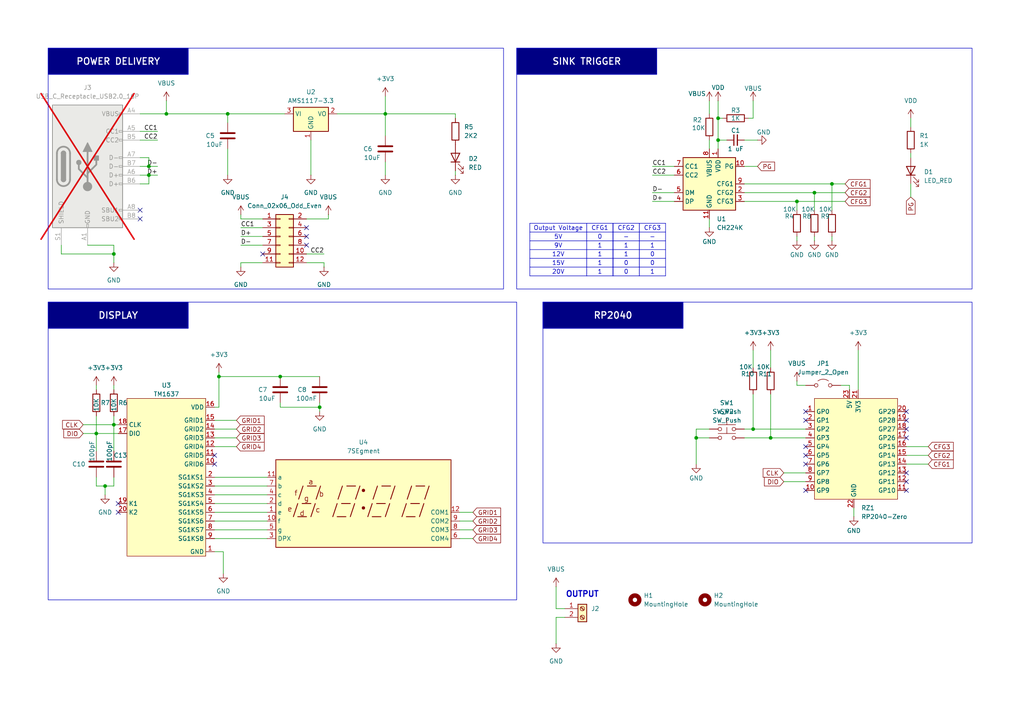
<source format=kicad_sch>
(kicad_sch (version 20250114) (generator "eeschema") (generator_version "9.0")
  (paper "A4")
  (lib_symbols
    (symbol "Connector:Screw_Terminal_01x02" (pin_names (offset 1.016) (hide yes))
      (property "Reference" "J" (at 0 2.54 0))
      (property "Value" "Screw_Terminal_01x02" (at 0 -5.08 0))
      (symbol "Screw_Terminal_01x02_1_1"
        (pin passive line (at -5.08 0 0) (length 3.81) (name "Pin_1") (number "1"))
        (pin passive line (at -5.08 -2.54 0) (length 3.81) (name "Pin_2") (number "2"))
      )
    )
    (symbol "Connector:USB_C_Receptacle_USB2.0_16P" (pin_names (offset 1.016))
      (property "Reference" "J" (at 0 22.225 0))
      (property "Value" "USB_C_Receptacle_USB2.0_16P" (at 0 19.685 0))
      (symbol "USB_C_Receptacle_USB2.0_16P_1_1"
        (pin passive line (at -7.62 -22.86 90) (length 5.08) (name "SHIELD") (number "S1"))
        (pin passive line (at 0 -22.86 90) (length 5.08) (name "GND") (number "A1"))
        (pin passive line (at 0 -22.86 90) (length 5.08) (hide yes) (name "GND") (number "A12"))
        (pin passive line (at 0 -22.86 90) (length 5.08) (hide yes) (name "GND") (number "B1"))
        (pin passive line (at 0 -22.86 90) (length 5.08) (hide yes) (name "GND") (number "B12"))
        (pin passive line (at 15.24 15.24 180) (length 5.08) (name "VBUS") (number "A4"))
        (pin passive line (at 15.24 15.24 180) (length 5.08) (hide yes) (name "VBUS") (number "A9"))
        (pin passive line (at 15.24 15.24 180) (length 5.08) (hide yes) (name "VBUS") (number "B4"))
        (pin passive line (at 15.24 15.24 180) (length 5.08) (hide yes) (name "VBUS") (number "B9"))
        (pin bidirectional line (at 15.24 10.16 180) (length 5.08) (name "CC1") (number "A5"))
        (pin bidirectional line (at 15.24 7.62 180) (length 5.08) (name "CC2") (number "B5"))
        (pin bidirectional line (at 15.24 2.54 180) (length 5.08) (name "D-") (number "A7"))
        (pin bidirectional line (at 15.24 0 180) (length 5.08) (name "D-") (number "B7"))
        (pin bidirectional line (at 15.24 -2.54 180) (length 5.08) (name "D+") (number "A6"))
        (pin bidirectional line (at 15.24 -5.08 180) (length 5.08) (name "D+") (number "B6"))
        (pin bidirectional line (at 15.24 -12.7 180) (length 5.08) (name "SBU1") (number "A8"))
        (pin bidirectional line (at 15.24 -15.24 180) (length 5.08) (name "SBU2") (number "B8"))
      )
    )
    (symbol "Connector_Generic:Conn_02x06_Odd_Even" (pin_names (offset 1.016) (hide yes))
      (property "Reference" "J" (at 1.27 7.62 0))
      (property "Value" "Conn_02x06_Odd_Even" (at 1.27 -10.16 0))
      (symbol "Conn_02x06_Odd_Even_1_1"
        (pin passive line (at -5.08 5.08 0) (length 3.81) (name "Pin_1") (number "1"))
        (pin passive line (at -5.08 2.54 0) (length 3.81) (name "Pin_3") (number "3"))
        (pin passive line (at -5.08 0 0) (length 3.81) (name "Pin_5") (number "5"))
        (pin passive line (at -5.08 -2.54 0) (length 3.81) (name "Pin_7") (number "7"))
        (pin passive line (at -5.08 -5.08 0) (length 3.81) (name "Pin_9") (number "9"))
        (pin passive line (at -5.08 -7.62 0) (length 3.81) (name "Pin_11") (number "11"))
        (pin passive line (at 7.62 5.08 180) (length 3.81) (name "Pin_2") (number "2"))
        (pin passive line (at 7.62 2.54 180) (length 3.81) (name "Pin_4") (number "4"))
        (pin passive line (at 7.62 0 180) (length 3.81) (name "Pin_6") (number "6"))
        (pin passive line (at 7.62 -2.54 180) (length 3.81) (name "Pin_8") (number "8"))
        (pin passive line (at 7.62 -5.08 180) (length 3.81) (name "Pin_10") (number "10"))
        (pin passive line (at 7.62 -7.62 180) (length 3.81) (name "Pin_12") (number "12"))
      )
    )
    (symbol "Device:C" (pin_numbers (hide yes)) (pin_names (offset 0.254))
      (property "Reference" "C" (at 0.635 2.54 0))
      (property "Value" "C" (at 0.635 -2.54 0))
      (symbol "C_1_1"
        (pin passive line (at 0 3.81 270) (length 2.794) (name "~") (number "1"))
        (pin passive line (at 0 -3.81 90) (length 2.794) (name "~") (number "2"))
      )
    )
    (symbol "Device:C_Small" (pin_numbers (hide yes)) (pin_names (offset 0.254) (hide yes))
      (property "Reference" "C" (at 0.254 1.778 0))
      (property "Value" "C_Small" (at 0.254 -2.032 0))
      (symbol "C_Small_1_1"
        (pin passive line (at 0 2.54 270) (length 2.032) (name "~") (number "1"))
        (pin passive line (at 0 -2.54 90) (length 2.032) (name "~") (number "2"))
      )
    )
    (symbol "Device:LED" (pin_numbers (hide yes)) (pin_names (offset 1.016) (hide yes))
      (property "Reference" "D" (at 0 2.54 0))
      (property "Value" "LED" (at 0 -2.54 0))
      (symbol "LED_1_1"
        (pin passive line (at -3.81 0 0) (length 2.54) (name "K") (number "1"))
        (pin passive line (at 3.81 0 180) (length 2.54) (name "A") (number "2"))
      )
    )
    (symbol "Device:R" (pin_numbers (hide yes)) (pin_names (offset 0))
      (property "Reference" "R" (at 2.032 0 90))
      (property "Value" "R" (at 0 0 90))
      (symbol "R_1_1"
        (pin passive line (at 0 3.81 270) (length 1.27) (name "~") (number "1"))
        (pin passive line (at 0 -3.81 90) (length 1.27) (name "~") (number "2"))
      )
    )
    (symbol "GND_1" (power) (pin_numbers (hide yes)) (pin_names (offset 0) (hide yes))
      (property "Value" "GND" (at 0 -3.81 0))
      (symbol "GND_1_1_1"
        (pin power_in line (at 0 0 270) (length 0) (name "~") (number "1"))
      )
    )
    (symbol "GND_2" (power) (pin_numbers (hide yes)) (pin_names (offset 0) (hide yes))
      (property "Value" "GND" (at 0 -3.81 0))
      (symbol "GND_2_1_1"
        (pin power_in line (at 0 0 270) (length 0) (name "~") (number "1"))
      )
    )
    (symbol "Interface_USB:CH224K"
      (property "Reference" "U" (at -7.874 -8.89 0))
      (property "Value" "CH224K" (at 3.048 -8.89 0))
      (symbol "CH224K_1_1"
        (pin bidirectional line (at -10.16 5.08 0) (length 2.54) (name "CC1") (number "7"))
        (pin bidirectional line (at -10.16 2.54 0) (length 2.54) (name "CC2") (number "6"))
        (pin bidirectional line (at -10.16 -2.54 0) (length 2.54) (name "DM") (number "5"))
        (pin bidirectional line (at -10.16 -5.08 0) (length 2.54) (name "DP") (number "4"))
        (pin passive line (at 0 10.16 270) (length 2.54) (name "VBUS") (number "8"))
        (pin power_in line (at 0 -10.16 90) (length 2.54) (name "GND") (number "11"))
        (pin power_in line (at 2.54 10.16 270) (length 2.54) (name "VDD") (number "1"))
        (pin open_collector line (at 10.16 5.08 180) (length 2.54) (name "PG") (number "10"))
        (pin passive line (at 10.16 0 180) (length 2.54) (name "CFG1") (number "9"))
        (pin passive line (at 10.16 -2.54 180) (length 2.54) (name "CFG2") (number "2"))
        (pin passive line (at 10.16 -5.08 180) (length 2.54) (name "CFG3") (number "3"))
      )
    )
    (symbol "Jumper:Jumper_2_Open" (pin_numbers (hide yes)) (pin_names (offset 0) (hide yes))
      (property "Reference" "JP" (at 0 2.794 0))
      (property "Value" "Jumper_2_Open" (at 0 -2.286 0))
      (symbol "Jumper_2_Open_1_1"
        (pin passive line (at -5.08 0 0) (length 2.54) (name "A") (number "1"))
        (pin passive line (at 5.08 0 180) (length 2.54) (name "B") (number "2"))
      )
    )
    (symbol "LED_1" (pin_numbers (hide yes)) (pin_names (offset 1.016) (hide yes))
      (property "Reference" "D" (at 0 2.54 0))
      (property "Value" "LED" (at 0 -2.54 0))
      (symbol "LED_1_1_1"
        (pin passive line (at -3.81 0 0) (length 2.54) (name "K") (number "1"))
        (pin passive line (at 3.81 0 180) (length 2.54) (name "A") (number "2"))
      )
    )
    (symbol "Lokal:7Segment(3642BS)"
      (property "Reference" "U" (at 0 0 0))
      (symbol "7Segment(3642BS)_0_0"
        (text "e" (at 4.064 -14.224 0) (effects (font (size 1.524 1.524))))
        (text "f" (at 5.842 -9.652 0) (effects (font (size 1.524 1.524))))
        (text "d" (at 7.62 -15.494 0) (effects (font (size 1.524 1.524))))
        (text "g" (at 8.89 -11.176 0) (effects (font (size 1.524 1.524))))
        (text "a" (at 10.16 -6.35 0) (effects (font (size 1.524 1.524))))
        (text "c" (at 12.192 -14.478 0) (effects (font (size 1.524 1.524))))
        (text "b" (at 13.208 -9.906 0) (effects (font (size 1.524 1.524))))
      )
      (symbol "7Segment(3642BS)_1_1"
        (pin input line (at -2.54 -5.08 0) (length 2.54) (name "a") (number "11"))
        (pin input line (at -2.54 -7.62 0) (length 2.54) (name "b") (number "7"))
        (pin input line (at -2.54 -10.16 0) (length 2.54) (name "c") (number "4"))
        (pin input line (at -2.54 -12.7 0) (length 2.54) (name "d") (number "2"))
        (pin input line (at -2.54 -15.24 0) (length 2.54) (name "e") (number "1"))
        (pin input line (at -2.54 -17.78 0) (length 2.54) (name "f") (number "10"))
        (pin input line (at -2.54 -20.32 0) (length 2.54) (name "g") (number "5"))
        (pin input line (at -2.54 -22.86 0) (length 2.54) (name "DPX") (number "3"))
        (pin input line (at 53.34 -15.24 180) (length 2.54) (name "COM1") (number "12"))
        (pin input line (at 53.34 -17.78 180) (length 2.54) (name "COM2") (number "9"))
        (pin input line (at 53.34 -20.32 180) (length 2.54) (name "COM3") (number "8"))
        (pin input line (at 53.34 -22.86 180) (length 2.54) (name "COM4") (number "6"))
      )
    )
    (symbol "Mechanical:MountingHole" (pin_names (offset 1.016))
      (property "Reference" "H" (at 0 5.08 0))
      (property "Value" "MountingHole" (at 0 3.175 0))
    )
    (symbol "Regulator_Linear:AMS1117-3.3"
      (property "Reference" "U" (at -3.81 3.175 0))
      (property "Value" "AMS1117-3.3" (at 0 3.175 0))
      (symbol "AMS1117-3.3_1_1"
        (pin power_in line (at -7.62 0 0) (length 2.54) (name "VI") (number "3"))
        (pin power_in line (at 0 -7.62 90) (length 2.54) (name "GND") (number "1"))
        (pin power_out line (at 7.62 0 180) (length 2.54) (name "VO") (number "2"))
      )
    )
    (symbol "Switch:SW_Push" (pin_numbers (hide yes)) (pin_names (offset 1.016) (hide yes))
      (property "Reference" "SW" (at 1.27 2.54 0))
      (property "Value" "SW_Push" (at 0 -1.524 0))
      (symbol "SW_Push_0_1"
        (pin passive line (at -5.08 0 0) (length 2.54) (name "1") (number "1"))
        (pin passive line (at 5.08 0 180) (length 2.54) (name "2") (number "2"))
      )
    )
    (symbol "TM1637:TM1637(TA2007)"
      (property "Reference" "U3" (at 0 26.67 0))
      (property "Value" "TM1637" (at 0 24.13 0))
      (symbol "TM1637(TA2007)_0_1"
        (pin unspecified line (at -13.97 15.24 0) (length 2.54) (name "CLK") (number "18"))
        (pin unspecified line (at -13.97 12.7 0) (length 2.54) (name "DIO") (number "17"))
        (pin unspecified line (at -13.97 -7.62 0) (length 2.54) (name "K1") (number "19"))
        (pin unspecified line (at -13.97 -10.16 0) (length 2.54) (name "K2") (number "20"))
        (pin unspecified line (at 13.97 20.32 180) (length 2.54) (name "VDD") (number "16"))
        (pin unspecified line (at 13.97 16.51 180) (length 2.54) (name "GRID1") (number "15"))
        (pin unspecified line (at 13.97 13.97 180) (length 2.54) (name "GRID2") (number "14"))
        (pin unspecified line (at 13.97 11.43 180) (length 2.54) (name "GRID3") (number "13"))
        (pin unspecified line (at 13.97 8.89 180) (length 2.54) (name "GRID4") (number "12"))
        (pin unspecified line (at 13.97 6.35 180) (length 2.54) (name "GRID5") (number "11"))
        (pin unspecified line (at 13.97 3.81 180) (length 2.54) (name "GRID6") (number "10"))
        (pin unspecified line (at 13.97 0 180) (length 2.54) (name "SG1KS1") (number "2"))
        (pin unspecified line (at 13.97 -2.54 180) (length 2.54) (name "SG1KS2") (number "3"))
        (pin unspecified line (at 13.97 -5.08 180) (length 2.54) (name "SG1KS3") (number "4"))
        (pin unspecified line (at 13.97 -7.62 180) (length 2.54) (name "SG1KS4") (number "5"))
        (pin unspecified line (at 13.97 -10.16 180) (length 2.54) (name "SG1KS5") (number "6"))
        (pin unspecified line (at 13.97 -12.7 180) (length 2.54) (name "SG1KS6") (number "7"))
        (pin unspecified line (at 13.97 -15.24 180) (length 2.54) (name "SG1KS7") (number "8"))
        (pin unspecified line (at 13.97 -17.78 180) (length 2.54) (name "SG1KS8") (number "9"))
        (pin unspecified line (at 13.97 -21.59 180) (length 2.54) (name "GND") (number "1"))
      )
    )
    (symbol "power:+3V3" (power) (pin_names (offset 0))
      (property "Value" "+3V3" (at 0 3.556 0))
      (symbol "+3V3_1_1"
        (pin power_in line (at 0 0 90) (length 0) (hide yes) (name "+3V3") (number "1"))
      )
    )
    (symbol "power:GND" (power) (pin_names (offset 0))
      (property "Value" "GND" (at 0 -3.81 0))
      (symbol "GND_1_1"
        (pin power_in line (at 0 0 270) (length 0) (hide yes) (name "GND") (number "1"))
      )
    )
    (symbol "power:VBUS" (power) (pin_numbers (hide yes)) (pin_names (offset 0) (hide yes))
      (property "Value" "VBUS" (at 0 3.556 0))
      (symbol "VBUS_1_1"
        (pin power_in line (at 0 0 90) (length 0) (name "~") (number "1"))
      )
    )
    (symbol "power:VDD" (power) (pin_numbers (hide yes)) (pin_names (offset 0) (hide yes))
      (property "Value" "VDD" (at 0 3.556 0))
      (symbol "VDD_1_1"
        (pin power_in line (at 0 0 90) (length 0) (name "~") (number "1"))
      )
    )
    (symbol "rp2040-zero:RP2040-Zero"
      (property "Reference" "RZ" (at 0 0 0))
      (property "Value" "RP2040-Zero" (at 0 -2.54 0))
      (property "Footprint" "MacroKeys:RP2040-Zero" (at 0 0 0))
      (symbol "RP2040-Zero_1_1"
        (pin bidirectional line (at -13.97 10.16 0) (length 2.54) (name "GP0") (number "1"))
        (pin bidirectional line (at -13.97 7.62 0) (length 2.54) (name "GP1") (number "2"))
        (pin bidirectional line (at -13.97 5.08 0) (length 2.54) (name "GP2") (number "3"))
        (pin bidirectional line (at -13.97 2.54 0) (length 2.54) (name "GP3") (number "4"))
        (pin bidirectional line (at -13.97 0 0) (length 2.54) (name "GP4") (number "5"))
        (pin bidirectional line (at -13.97 -2.54 0) (length 2.54) (name "GP5") (number "6"))
        (pin bidirectional line (at -13.97 -5.08 0) (length 2.54) (name "GP6") (number "7"))
        (pin bidirectional line (at -13.97 -7.62 0) (length 2.54) (name "GP7") (number "8"))
        (pin bidirectional line (at -13.97 -10.16 0) (length 2.54) (name "GP8") (number "9"))
        (pin bidirectional line (at -13.97 -12.7 0) (length 2.54) (name "GP9") (number "10"))
        (pin power_in line (at -1.27 16.51 270) (length 2.54) (name "5V") (number "23"))
        (pin power_in line (at 0 -17.78 90) (length 2.54) (name "GND") (number "22"))
        (pin power_in line (at 1.27 16.51 270) (length 2.54) (name "3V3") (number "21"))
        (pin bidirectional line (at 15.24 10.16 180) (length 2.54) (name "GP29") (number "20"))
        (pin bidirectional line (at 15.24 7.62 180) (length 2.54) (name "GP28") (number "19"))
        (pin bidirectional line (at 15.24 5.08 180) (length 2.54) (name "GP27") (number "18"))
        (pin bidirectional line (at 15.24 2.54 180) (length 2.54) (name "GP26") (number "17"))
        (pin bidirectional line (at 15.24 0 180) (length 2.54) (name "GP15") (number "16"))
        (pin bidirectional line (at 15.24 -2.54 180) (length 2.54) (name "GP14") (number "15"))
        (pin bidirectional line (at 15.24 -5.08 180) (length 2.54) (name "GP13") (number "14"))
        (pin bidirectional line (at 15.24 -7.62 180) (length 2.54) (name "GP12") (number "13"))
        (pin bidirectional line (at 15.24 -10.16 180) (length 2.54) (name "GP11") (number "12"))
        (pin bidirectional line (at 15.24 -12.7 180) (length 2.54) (name "GP10") (number "11"))
      )
    )
  )
  (rectangle (start 13.97 13.97) (end 146.05 83.82))
  (rectangle (start 157.48 87.63) (end 281.94 157.48))
  (rectangle (start 149.86 13.97) (end 281.94 83.82))
  (rectangle (start 13.97 87.63) (end 149.86 173.99))
  (text "OUTPUT\n" (at 168.91 172.466 0) (effects (font (size 1.651 1.651) (thickness 0.3302) (bold yes))))
  (text_box "RP2040\n" (at 157.48 87.63 0) (size 40.64 7.62) (margins 0.9525 0.9525 0.9525 0.9525) (fill (type color) (color 0 0 132 1)) (effects (font (size 1.905 1.905) (thickness 0.3175))))
  (text_box "DISPLAY\n" (at 13.97 87.63 0) (size 40.64 7.62) (margins 0.9525 0.9525 0.9525 0.9525) (fill (type color) (color 0 0 132 1)) (effects (font (size 1.905 1.905) (thickness 0.3175))))
  (text_box "SINK TRIGGER" (at 149.86 13.97 0) (size 40.64 7.62) (margins 0.9525 0.9525 0.9525 0.9525) (fill (type color) (color 0 0 132 1)) (effects (font (size 1.905 1.905) (thickness 0.3175))))
  (text_box "POWER DELIVERY" (at 13.97 13.97 0) (size 40.64 7.62) (margins 0.9525 0.9525 0.9525 0.9525) (fill (type color) (color 0 0 132 1)) (effects (font (size 1.905 1.905) (thickness 0.3175))))
  (junction (at 223.52 127))
  (junction (at 208.28 34.29))
  (junction (at 43.18 48.26))
  (junction (at 43.18 50.8))
  (junction (at 92.71 118.11))
  (junction (at 236.22 55.88))
  (junction (at 231.14 58.42))
  (junction (at 27.94 125.73))
  (junction (at 30.48 140.97))
  (junction (at 208.28 40.64))
  (junction (at 218.44 124.46))
  (junction (at 81.28 109.22))
  (junction (at 33.02 123.19))
  (junction (at 201.93 127))
  (junction (at 48.26 33.02))
  (junction (at 66.04 33.02))
  (junction (at 63.5 109.22))
  (junction (at 241.3 53.34))
  (junction (at 111.76 33.02))
  (junction (at 33.02 73.66))
  (no_connect (at 40.64 63.5))
  (no_connect (at 34.29 146.05))
  (no_connect (at 76.2 73.66))
  (no_connect (at 233.68 142.24))
  (no_connect (at 233.68 132.08))
  (no_connect (at 88.9 71.12))
  (no_connect (at 262.89 121.92))
  (no_connect (at 233.68 121.92))
  (no_connect (at 34.29 148.59))
  (no_connect (at 62.23 132.08))
  (no_connect (at 262.89 142.24))
  (no_connect (at 262.89 139.7))
  (no_connect (at 262.89 119.38))
  (no_connect (at 233.68 119.38))
  (no_connect (at 62.23 134.62))
  (no_connect (at 233.68 134.62))
  (no_connect (at 88.9 68.58))
  (no_connect (at 40.64 60.96))
  (no_connect (at 88.9 66.04))
  (no_connect (at 233.68 129.54))
  (no_connect (at 262.89 137.16))
  (no_connect (at 262.89 124.46))
  (no_connect (at 262.89 127))
  (wire (pts (xy 132.08 49.53) (xy 132.08 50.8)))
  (wire (pts (xy 81.28 118.11) (xy 92.71 118.11)))
  (wire (pts (xy 215.9 55.88) (xy 236.22 55.88)))
  (wire (pts (xy 189.23 58.42) (xy 195.58 58.42)))
  (wire (pts (xy 111.76 50.8) (xy 111.76 46.99)))
  (wire (pts (xy 208.28 40.64) (xy 208.28 43.18)))
  (wire (pts (xy 43.18 53.34) (xy 43.18 50.8)))
  (wire (pts (xy 248.92 101.6) (xy 248.92 113.03)))
  (wire (pts (xy 233.68 137.16) (xy 227.33 137.16)))
  (wire (pts (xy 69.85 76.2) (xy 76.2 76.2)))
  (wire (pts (xy 111.76 33.02) (xy 132.08 33.02)))
  (wire (pts (xy 63.5 109.22) (xy 63.5 118.11)))
  (wire (pts (xy 92.71 116.84) (xy 92.71 118.11)))
  (wire (pts (xy 97.79 33.02) (xy 111.76 33.02)))
  (wire (pts (xy 33.02 123.19) (xy 34.29 123.19)))
  (wire (pts (xy 25.4 71.12) (xy 33.02 71.12)))
  (wire (pts (xy 163.83 179.07) (xy 161.29 179.07)))
  (wire (pts (xy 215.9 48.26) (xy 219.71 48.26)))
  (wire (pts (xy 30.48 140.97) (xy 33.02 140.97)))
  (wire (pts (xy 92.71 118.11) (xy 92.71 119.38)))
  (wire (pts (xy 231.14 111.76) (xy 233.68 111.76)))
  (wire (pts (xy 241.3 53.34) (xy 241.3 60.96)))
  (wire (pts (xy 189.23 48.26) (xy 195.58 48.26)))
  (wire (pts (xy 62.23 143.51) (xy 77.47 143.51)))
  (wire (pts (xy 63.5 109.22) (xy 81.28 109.22)))
  (wire (pts (xy 218.44 34.29) (xy 217.17 34.29)))
  (wire (pts (xy 62.23 127) (xy 68.58 127)))
  (wire (pts (xy 27.94 140.97) (xy 30.48 140.97)))
  (wire (pts (xy 63.5 118.11) (xy 62.23 118.11)))
  (wire (pts (xy 111.76 33.02) (xy 111.76 39.37)))
  (wire (pts (xy 201.93 127) (xy 205.74 127)))
  (wire (pts (xy 231.14 68.58) (xy 231.14 69.85)))
  (wire (pts (xy 62.23 148.59) (xy 77.47 148.59)))
  (wire (pts (xy 88.9 63.5) (xy 95.25 63.5)))
  (wire (pts (xy 69.85 68.58) (xy 76.2 68.58)))
  (wire (pts (xy 262.89 129.54) (xy 269.24 129.54)))
  (wire (pts (xy 33.02 140.97) (xy 33.02 138.43)))
  (wire (pts (xy 43.18 48.26) (xy 45.72 48.26)))
  (wire (pts (xy 48.26 33.02) (xy 48.26 29.21)))
  (wire (pts (xy 215.9 124.46) (xy 218.44 124.46)))
  (wire (pts (xy 40.64 50.8) (xy 43.18 50.8)))
  (wire (pts (xy 40.64 38.1) (xy 45.72 38.1)))
  (wire (pts (xy 90.17 40.64) (xy 90.17 50.8)))
  (wire (pts (xy 64.77 160.02) (xy 64.77 166.37)))
  (wire (pts (xy 236.22 55.88) (xy 245.11 55.88)))
  (wire (pts (xy 218.44 124.46) (xy 233.68 124.46)))
  (wire (pts (xy 33.02 73.66) (xy 33.02 76.2)))
  (wire (pts (xy 62.23 140.97) (xy 77.47 140.97)))
  (wire (pts (xy 205.74 124.46) (xy 201.93 124.46)))
  (wire (pts (xy 63.5 107.95) (xy 63.5 109.22)))
  (wire (pts (xy 69.85 63.5) (xy 76.2 63.5)))
  (wire (pts (xy 66.04 33.02) (xy 66.04 35.56)))
  (wire (pts (xy 241.3 68.58) (xy 241.3 69.85)))
  (wire (pts (xy 33.02 111.76) (xy 33.02 113.03)))
  (wire (pts (xy 27.94 125.73) (xy 27.94 130.81)))
  (wire (pts (xy 27.94 111.76) (xy 27.94 113.03)))
  (wire (pts (xy 17.78 73.66) (xy 33.02 73.66)))
  (wire (pts (xy 218.44 101.6) (xy 218.44 106.68)))
  (wire (pts (xy 81.28 116.84) (xy 81.28 118.11)))
  (wire (pts (xy 223.52 101.6) (xy 223.52 106.68)))
  (wire (pts (xy 30.48 140.97) (xy 30.48 143.51)))
  (wire (pts (xy 223.52 127) (xy 233.68 127)))
  (wire (pts (xy 218.44 114.3) (xy 218.44 124.46)))
  (wire (pts (xy 66.04 50.8) (xy 66.04 43.18)))
  (wire (pts (xy 24.13 123.19) (xy 33.02 123.19)))
  (wire (pts (xy 208.28 34.29) (xy 208.28 40.64)))
  (wire (pts (xy 40.64 33.02) (xy 48.26 33.02)))
  (wire (pts (xy 88.9 73.66) (xy 93.98 73.66)))
  (wire (pts (xy 27.94 125.73) (xy 34.29 125.73)))
  (wire (pts (xy 205.74 40.64) (xy 205.74 43.18)))
  (wire (pts (xy 243.84 111.76) (xy 246.38 111.76)))
  (wire (pts (xy 231.14 110.49) (xy 231.14 111.76)))
  (wire (pts (xy 241.3 53.34) (xy 245.11 53.34)))
  (wire (pts (xy 161.29 179.07) (xy 161.29 186.69)))
  (wire (pts (xy 66.04 33.02) (xy 82.55 33.02)))
  (wire (pts (xy 201.93 124.46) (xy 201.93 127)))
  (wire (pts (xy 189.23 55.88) (xy 195.58 55.88)))
  (wire (pts (xy 40.64 48.26) (xy 43.18 48.26)))
  (wire (pts (xy 62.23 153.67) (xy 77.47 153.67)))
  (wire (pts (xy 161.29 170.18) (xy 161.29 176.53)))
  (wire (pts (xy 62.23 160.02) (xy 64.77 160.02)))
  (wire (pts (xy 236.22 68.58) (xy 236.22 69.85)))
  (wire (pts (xy 111.76 27.94) (xy 111.76 33.02)))
  (wire (pts (xy 161.29 176.53) (xy 163.83 176.53)))
  (wire (pts (xy 264.16 34.29) (xy 264.16 36.83)))
  (wire (pts (xy 62.23 129.54) (xy 68.58 129.54)))
  (wire (pts (xy 231.14 58.42) (xy 231.14 60.96)))
  (wire (pts (xy 48.26 33.02) (xy 66.04 33.02)))
  (wire (pts (xy 205.74 29.21) (xy 205.74 33.02)))
  (wire (pts (xy 40.64 40.64) (xy 45.72 40.64)))
  (wire (pts (xy 62.23 146.05) (xy 77.47 146.05)))
  (wire (pts (xy 95.25 63.5) (xy 95.25 62.23)))
  (wire (pts (xy 69.85 62.23) (xy 69.85 63.5)))
  (wire (pts (xy 69.85 66.04) (xy 76.2 66.04)))
  (wire (pts (xy 43.18 50.8) (xy 45.72 50.8)))
  (wire (pts (xy 69.85 71.12) (xy 76.2 71.12)))
  (wire (pts (xy 40.64 53.34) (xy 43.18 53.34)))
  (wire (pts (xy 43.18 45.72) (xy 43.18 48.26)))
  (wire (pts (xy 93.98 76.2) (xy 88.9 76.2)))
  (wire (pts (xy 189.23 50.8) (xy 195.58 50.8)))
  (wire (pts (xy 233.68 139.7) (xy 227.33 139.7)))
  (wire (pts (xy 246.38 111.76) (xy 246.38 113.03)))
  (wire (pts (xy 33.02 123.19) (xy 33.02 130.81)))
  (wire (pts (xy 33.02 71.12) (xy 33.02 73.66)))
  (wire (pts (xy 215.9 58.42) (xy 231.14 58.42)))
  (wire (pts (xy 62.23 121.92) (xy 68.58 121.92)))
  (wire (pts (xy 24.13 125.73) (xy 27.94 125.73)))
  (wire (pts (xy 236.22 55.88) (xy 236.22 60.96)))
  (wire (pts (xy 133.35 148.59) (xy 137.16 148.59)))
  (wire (pts (xy 215.9 40.64) (xy 219.71 40.64)))
  (wire (pts (xy 93.98 77.47) (xy 93.98 76.2)))
  (wire (pts (xy 247.65 147.32) (xy 247.65 149.86)))
  (wire (pts (xy 262.89 134.62) (xy 269.24 134.62)))
  (wire (pts (xy 262.89 132.08) (xy 269.24 132.08)))
  (wire (pts (xy 69.85 77.47) (xy 69.85 76.2)))
  (wire (pts (xy 215.9 53.34) (xy 241.3 53.34)))
  (wire (pts (xy 62.23 124.46) (xy 68.58 124.46)))
  (wire (pts (xy 27.94 138.43) (xy 27.94 140.97)))
  (wire (pts (xy 215.9 127) (xy 223.52 127)))
  (wire (pts (xy 231.14 58.42) (xy 245.11 58.42)))
  (wire (pts (xy 133.35 151.13) (xy 137.16 151.13)))
  (wire (pts (xy 223.52 114.3) (xy 223.52 127)))
  (wire (pts (xy 62.23 138.43) (xy 77.47 138.43)))
  (wire (pts (xy 218.44 29.21) (xy 218.44 34.29)))
  (wire (pts (xy 81.28 109.22) (xy 92.71 109.22)))
  (wire (pts (xy 208.28 34.29) (xy 209.55 34.29)))
  (wire (pts (xy 133.35 153.67) (xy 137.16 153.67)))
  (wire (pts (xy 264.16 44.45) (xy 264.16 45.72)))
  (wire (pts (xy 133.35 156.21) (xy 137.16 156.21)))
  (wire (pts (xy 205.74 63.5) (xy 205.74 66.04)))
  (wire (pts (xy 17.78 73.66) (xy 17.78 71.12)))
  (wire (pts (xy 33.02 120.65) (xy 33.02 123.19)))
  (wire (pts (xy 62.23 156.21) (xy 77.47 156.21)))
  (wire (pts (xy 62.23 151.13) (xy 77.47 151.13)))
  (wire (pts (xy 264.16 53.34) (xy 264.16 57.15)))
  (wire (pts (xy 208.28 29.21) (xy 208.28 34.29)))
  (wire (pts (xy 208.28 40.64) (xy 210.82 40.64)))
  (wire (pts (xy 201.93 127) (xy 201.93 134.62)))
  (wire (pts (xy 132.08 34.29) (xy 132.08 33.02)))
  (wire (pts (xy 27.94 120.65) (xy 27.94 125.73)))
  (wire (pts (xy 40.64 45.72) (xy 43.18 45.72)))
  (table (column_count 1) (border (external yes) (header yes)) (separators (rows yes) (cols yes)) (column_widths 7.62) (row_heights 2.54 2.54 2.54 2.54 2.54 2.54) (cells (table_cell "CFG1" (at 170.18 64.77 0) (size 7.62 2.54) (margins 0.9525 0.9525 0.9525 0.9525) (span 1 1)) (table_cell "0" (at 170.18 67.31 0) (size 7.62 2.54) (margins 0.9525 0.9525 0.9525 0.9525) (span 1 1)) (table_cell "1" (at 170.18 69.85 0) (size 7.62 2.54) (margins 0.9525 0.9525 0.9525 0.9525) (span 1 1)) (table_cell "1" (at 170.18 72.39 0) (size 7.62 2.54) (margins 0.9525 0.9525 0.9525 0.9525) (span 1 1)) (table_cell "1" (at 170.18 74.93 0) (size 7.62 2.54) (margins 0.9525 0.9525 0.9525 0.9525) (span 1 1)) (table_cell "1" (at 170.18 77.47 0) (size 7.62 2.54) (margins 0.9525 0.9525 0.9525 0.9525) (span 1 1))))
  (table (column_count 1) (border (external yes) (header yes)) (separators (rows yes) (cols yes)) (column_widths 16.51) (row_heights 2.54 2.54 2.54 2.54 2.54 2.54) (cells (table_cell "Output Voltage" (at 153.67 64.77 0) (size 16.51 2.54) (margins 0.9525 0.9525 0.9525 0.9525) (span 1 1)) (table_cell "5V" (at 153.67 67.31 0) (size 16.51 2.54) (margins 0.9525 0.9525 0.9525 0.9525) (span 1 1)) (table_cell "9V" (at 153.67 69.85 0) (size 16.51 2.54) (margins 0.9525 0.9525 0.9525 0.9525) (span 1 1)) (table_cell "12V" (at 153.67 72.39 0) (size 16.51 2.54) (margins 0.9525 0.9525 0.9525 0.9525) (span 1 1)) (table_cell "15V" (at 153.67 74.93 0) (size 16.51 2.54) (margins 0.9525 0.9525 0.9525 0.9525) (span 1 1)) (table_cell "20V" (at 153.67 77.47 0) (size 16.51 2.54) (margins 0.9525 0.9525 0.9525 0.9525) (span 1 1))))
  (table (column_count 1) (border (external yes) (header yes)) (separators (rows yes) (cols yes)) (column_widths 7.62) (row_heights 2.54 2.54 2.54 2.54 2.54 2.54) (cells (table_cell "CFG3" (at 185.42 64.77 0) (size 7.62 2.54) (margins 0.9525 0.9525 0.9525 0.9525) (span 1 1)) (table_cell "-" (at 185.42 67.31 0) (size 7.62 2.54) (margins 0.9525 0.9525 0.9525 0.9525) (span 1 1)) (table_cell "1" (at 185.42 69.85 0) (size 7.62 2.54) (margins 0.9525 0.9525 0.9525 0.9525) (span 1 1)) (table_cell "0" (at 185.42 72.39 0) (size 7.62 2.54) (margins 0.9525 0.9525 0.9525 0.9525) (span 1 1)) (table_cell "0" (at 185.42 74.93 0) (size 7.62 2.54) (margins 0.9525 0.9525 0.9525 0.9525) (span 1 1)) (table_cell "1" (at 185.42 77.47 0) (size 7.62 2.54) (margins 0.9525 0.9525 0.9525 0.9525) (span 1 1))))
  (table (column_count 1) (border (external yes) (header yes)) (separators (rows yes) (cols yes)) (column_widths 7.62) (row_heights 2.54 2.54 2.54 2.54 2.54 2.54) (cells (table_cell "CFG2" (at 177.8 64.77 0) (size 7.62 2.54) (margins 0.9525 0.9525 0.9525 0.9525) (span 1 1)) (table_cell "-" (at 177.8 67.31 0) (size 7.62 2.54) (margins 0.9525 0.9525 0.9525 0.9525) (span 1 1)) (table_cell "1" (at 177.8 69.85 0) (size 7.62 2.54) (margins 0.9525 0.9525 0.9525 0.9525) (span 1 1)) (table_cell "1" (at 177.8 72.39 0) (size 7.62 2.54) (margins 0.9525 0.9525 0.9525 0.9525) (span 1 1)) (table_cell "0" (at 177.8 74.93 0) (size 7.62 2.54) (margins 0.9525 0.9525 0.9525 0.9525) (span 1 1)) (table_cell "0" (at 177.8 77.47 0) (size 7.62 2.54) (margins 0.9525 0.9525 0.9525 0.9525) (span 1 1))))
  (label "CC2" (at 189.23 50.8 0))
  (label "CC1" (at 69.85 66.04 0))
  (label "CC2" (at 93.98 73.66 180))
  (label "D-" (at 45.72 48.26 180))
  (label "D+" (at 45.72 50.8 180))
  (label "D+" (at 69.85 68.58 0))
  (label "CC2" (at 45.72 40.64 180))
  (label "CC1" (at 45.72 38.1 180))
  (label "D-" (at 189.23 55.88 0))
  (label "CC1" (at 189.23 48.26 0))
  (label "D-" (at 69.85 71.12 0))
  (label "D+" (at 189.23 58.42 0))
  (global_label "CFG2" (shape input) (at 269.24 132.08 0) (property "Intersheetrefs" "${INTERSHEET_REFS}" (effects (hide yes))))
  (global_label "GRID4" (shape input) (at 137.16 156.21 0) (property "Intersheetrefs" "${INTERSHEET_REFS}" (effects (hide yes))))
  (global_label "DIO" (shape input) (at 24.13 125.73 180) (property "Intersheetrefs" "${INTERSHEET_REFS}" (effects (hide yes))))
  (global_label "GRID3" (shape input) (at 68.58 127 0) (property "Intersheetrefs" "${INTERSHEET_REFS}" (effects (hide yes))))
  (global_label "CFG2" (shape input) (at 245.11 55.88 0) (property "Intersheetrefs" "${INTERSHEET_REFS}" (effects (hide yes))))
  (global_label "PG" (shape input) (at 219.71 48.26 0) (property "Intersheetrefs" "${INTERSHEET_REFS}" (effects (hide yes))))
  (global_label "GRID3" (shape input) (at 137.16 153.67 0) (property "Intersheetrefs" "${INTERSHEET_REFS}" (effects (hide yes))))
  (global_label "CFG1" (shape input) (at 245.11 53.34 0) (property "Intersheetrefs" "${INTERSHEET_REFS}" (effects (hide yes))))
  (global_label "CFG3" (shape input) (at 269.24 129.54 0) (property "Intersheetrefs" "${INTERSHEET_REFS}" (effects (hide yes))))
  (global_label "GRID2" (shape input) (at 137.16 151.13 0) (property "Intersheetrefs" "${INTERSHEET_REFS}" (effects (hide yes))))
  (global_label "CLK" (shape input) (at 24.13 123.19 180) (property "Intersheetrefs" "${INTERSHEET_REFS}" (effects (hide yes))))
  (global_label "GRID1" (shape input) (at 68.58 121.92 0) (property "Intersheetrefs" "${INTERSHEET_REFS}" (effects (hide yes))))
  (global_label "DIO" (shape input) (at 227.33 139.7 180) (property "Intersheetrefs" "${INTERSHEET_REFS}" (effects (hide yes))))
  (global_label "GRID4" (shape input) (at 68.58 129.54 0) (property "Intersheetrefs" "${INTERSHEET_REFS}" (effects (hide yes))))
  (global_label "GRID2" (shape input) (at 68.58 124.46 0) (property "Intersheetrefs" "${INTERSHEET_REFS}" (effects (hide yes))))
  (global_label "CFG3" (shape input) (at 245.11 58.42 0) (property "Intersheetrefs" "${INTERSHEET_REFS}" (effects (hide yes))))
  (global_label "GRID1" (shape input) (at 137.16 148.59 0) (property "Intersheetrefs" "${INTERSHEET_REFS}" (effects (hide yes))))
  (global_label "CFG1" (shape input) (at 269.24 134.62 0) (property "Intersheetrefs" "${INTERSHEET_REFS}" (effects (hide yes))))
  (global_label "CLK" (shape input) (at 227.33 137.16 180) (property "Intersheetrefs" "${INTERSHEET_REFS}" (effects (hide yes))))
  (global_label "PG" (shape input) (at 264.16 57.15 270) (property "Intersheetrefs" "${INTERSHEET_REFS}" (effects (hide yes))))
  (symbol (lib_id "Device:C") (at 66.04 39.37 180) (unit 1)
    (property "Reference" "C5" (at 60.96 39.37 0))
    (property "Value" "10uF" (at 62.23 41.91 0))
    (property "Footprint" "Capacitor_SMD:C_0603_1608Metric" (effects (hide yes)))
  )
  (symbol (lib_id "power:+3V3") (at 218.44 101.6 0) (unit 1)
    (property "Reference" "#PWR027" (effects (hide yes)))
    (property "Value" "+3V3" (at 218.44 96.52 0))
  )
  (symbol (lib_id "Mechanical:MountingHole") (at 184.15 173.99 0) (unit 1)
    (property "Reference" "H1" (at 186.69 172.72 0) (effects (justify left)))
    (property "Value" "MountingHole" (at 186.69 175.26 0) (effects (justify left)))
    (property "Footprint" "MountingHole:MountingHole_3.2mm_M3_Pad_Via" (effects (hide yes)))
  )
  (symbol (lib_id "TM1637:TM1637(TA2007)") (at 48.26 138.43 0) (unit 1)
    (property "Reference" "U3" (at 48.26 111.76 0))
    (property "Value" "TM1637" (at 48.26 114.3 0))
    (property "Footprint" "Lib-0:SOP-20_L12.8-W7.5-P1.27-LS10.4-BL" (effects (hide yes)))
    (property "Manufacturer" "TM(天微)" (effects (hide yes)))
    (property "LCSC Part" "C5337160" (effects (hide yes)))
    (property "JLC Part" "Extended Part" (effects (hide yes)))
  )
  (symbol (lib_name "GND_2") (lib_id "power:GND") (at 132.08 50.8 0) (unit 1)
    (property "Reference" "#PWR031" (effects (hide yes)))
    (property "Value" "GND" (at 132.08 55.88 0))
    (property "Description" "Power symbol creates a global label with name \"GND\" , ground" (effects (hide yes)))
  )
  (symbol (lib_id "Switch:SW_Push") (at 210.82 127 0) (unit 1)
    (property "Reference" "SW2" (at 210.82 119.38 0))
    (property "Value" "SW_Push" (at 210.82 121.92 0))
    (property "Footprint" "Button_Switch_THT:SW_PUSH_6mm" (effects (hide yes)))
    (property "Description" "Push button switch, generic, two pins" (effects (hide yes)))
  )
  (symbol (lib_id "Device:R") (at 213.36 34.29 90) (unit 1)
    (property "Reference" "R3" (at 213.36 32.004 90))
    (property "Value" "1K" (at 213.36 34.29 90))
    (property "Footprint" "Resistor_SMD:R_0805_2012Metric" (effects (hide yes)))
    (property "Description" "Resistor" (effects (hide yes)))
  )
  (symbol (lib_id "Lokal:7Segment(3642BS)") (at 80.01 133.35 0) (unit 1)
    (property "Reference" "U4" (at 105.41 128.27 0))
    (property "Value" "7SEgment" (at 105.41 130.81 0))
    (property "Footprint" "Lib-0:7segment_0.36inch_fourinone" (effects (hide yes)))
  )
  (symbol (lib_id "Device:R") (at 132.08 38.1 0) (unit 1)
    (property "Reference" "R5" (at 134.62 36.83 0) (effects (justify left)))
    (property "Value" "2K2" (at 134.62 39.37 0) (effects (justify left)))
    (property "Footprint" "Resistor_SMD:R_0805_2012Metric_Pad1.20x1.40mm_HandSolder" (effects (hide yes)))
  )
  (symbol (lib_id "Device:C") (at 92.71 113.03 180) (unit 1)
    (property "Reference" "C8" (at 87.63 113.03 0))
    (property "Value" "100nF" (at 88.9 115.57 0))
    (property "Footprint" "Capacitor_SMD:C_0603_1608Metric" (effects (hide yes)))
  )
  (symbol (lib_name "GND_2") (lib_id "power:GND") (at 69.85 77.47 0) (unit 1)
    (property "Reference" "#PWR04" (effects (hide yes)))
    (property "Value" "GND" (at 69.85 82.55 0))
    (property "Description" "Power symbol creates a global label with name \"GND\" , ground" (effects (hide yes)))
  )
  (symbol (lib_id "power:VBUS") (at 218.44 29.21 0) (unit 1)
    (property "Reference" "#PWR09" (effects (hide yes)))
    (property "Value" "VBUS" (at 218.44 25.654 0))
    (property "Description" "Power symbol creates a global label with name \"VBUS\"" (effects (hide yes)))
  )
  (symbol (lib_id "Device:R") (at 223.52 110.49 0) (unit 1)
    (property "Reference" "R11" (at 219.964 108.458 0) (effects (justify left)))
    (property "Value" "10K" (at 219.456 106.426 0) (effects (justify left)))
    (property "Footprint" "Resistor_SMD:R_0805_2012Metric" (effects (hide yes)))
    (property "Description" "Resistor" (effects (hide yes)))
  )
  (symbol (lib_id "power:+3V3") (at 63.5 107.95 0) (unit 1)
    (property "Reference" "#PWR021" (effects (hide yes)))
    (property "Value" "+3V3" (at 63.5 102.87 0))
  )
  (symbol (lib_id "power:GND") (at 30.48 143.51 0) (unit 1)
    (property "Reference" "#PWR024" (effects (hide yes)))
    (property "Value" "GND" (at 30.48 148.59 0))
  )
  (symbol (lib_id "Mechanical:MountingHole") (at 204.47 173.99 0) (unit 1)
    (property "Reference" "H2" (at 207.01 172.72 0) (effects (justify left)))
    (property "Value" "MountingHole" (at 207.01 175.26 0) (effects (justify left)))
    (property "Footprint" "MountingHole:MountingHole_3.2mm_M3_Pad_Via" (effects (hide yes)))
  )
  (symbol (lib_id "power:VBUS") (at 231.14 110.49 0) (unit 1)
    (property "Reference" "#PWR026" (effects (hide yes)))
    (property "Value" "VBUS" (at 231.14 105.41 0))
    (property "Description" "Power symbol creates a global label with name \"VBUS\"" (effects (hide yes)))
  )
  (symbol (lib_id "Device:R") (at 33.02 116.84 0) (unit 1)
    (property "Reference" "R6" (at 34.29 116.84 0) (effects (justify left)))
    (property "Value" "10K" (at 33.02 119.38 90) (effects (justify left)))
    (property "Footprint" "Resistor_SMD:R_0603_1608Metric" (effects (hide yes)))
  )
  (symbol (lib_id "Regulator_Linear:AMS1117-3.3") (at 90.17 33.02 0) (unit 1)
    (property "Reference" "U2" (at 90.17 26.67 0))
    (property "Value" "AMS1117-3.3" (at 90.17 29.21 0))
    (property "Footprint" "Package_TO_SOT_SMD:SOT-223-3_TabPin2" (effects (hide yes)))
    (property "Datasheet" "http://www.advanced-monolithic.com/pdf/ds1117.pdf" (effects (hide yes)))
  )
  (symbol (lib_name "GND_1") (lib_id "power:GND") (at 161.29 186.69 0) (unit 1)
    (property "Reference" "#PWR02" (effects (hide yes)))
    (property "Value" "GND" (at 161.29 191.77 0))
    (property "Description" "Power symbol creates a global label with name \"GND\" , ground" (effects (hide yes)))
  )
  (symbol (lib_name "GND_2") (lib_id "power:GND") (at 93.98 77.47 0) (unit 1)
    (property "Reference" "#PWR011" (effects (hide yes)))
    (property "Value" "GND" (at 93.98 82.55 0))
    (property "Description" "Power symbol creates a global label with name \"GND\" , ground" (effects (hide yes)))
  )
  (symbol (lib_id "power:VBUS") (at 69.85 62.23 0) (unit 1) (in_bom no)
    (property "Reference" "#PWR029" (effects (hide yes)))
    (property "Value" "VBUS" (at 69.85 57.15 0))
    (property "Description" "Power symbol creates a global label with name \"VBUS\"" (effects (hide yes)))
  )
  (symbol (lib_id "power:VDD") (at 208.28 29.21 0) (unit 1)
    (property "Reference" "#PWR08" (effects (hide yes)))
    (property "Value" "VDD" (at 208.28 25.4 0))
    (property "Description" "Power symbol creates a global label with name \"VDD\"" (effects (hide yes)))
  )
  (symbol (lib_id "Device:R") (at 231.14 64.77 0) (unit 1)
    (property "Reference" "R4" (at 227.584 62.738 0) (effects (justify left)))
    (property "Value" "10K" (at 227.076 60.706 0) (effects (justify left)))
    (property "Footprint" "Resistor_SMD:R_0805_2012Metric" (effects (hide yes)))
    (property "Description" "Resistor" (effects (hide yes)))
  )
  (symbol (lib_id "power:GND") (at 92.71 119.38 0) (unit 1)
    (property "Reference" "#PWR022" (effects (hide yes)))
    (property "Value" "GND" (at 92.71 124.46 0))
  )
  (symbol (lib_id "Device:C_Small") (at 213.36 40.64 90) (unit 1)
    (property "Reference" "C1" (at 213.36 37.846 90))
    (property "Value" "1 uF" (at 213.36 43.18 90))
    (property "Footprint" "Capacitor_SMD:C_0805_2012Metric" (effects (hide yes)))
    (property "Description" "Unpolarized capacitor, small symbol" (effects (hide yes)))
  )
  (symbol (lib_id "power:+3V3") (at 33.02 111.76 0) (unit 1)
    (property "Reference" "#PWR019" (effects (hide yes)))
    (property "Value" "+3V3" (at 33.02 106.68 0))
  )
  (symbol (lib_id "Connector:Screw_Terminal_01x02") (at 168.91 176.53 0) (unit 1)
    (property "Reference" "J2" (at 171.45 176.5299 0) (effects (justify left)))
    (property "Value" "OUTPUT" (effects (hide yes)))
    (property "Footprint" "TerminalBlock:TerminalBlock_MaiXu_MX126-5.0-02P_1x02_P5.00mm" (effects (hide yes)))
    (property "Description" "Generic screw terminal, single row, 01x02, script generated (kicad-library-utils/schlib/autogen/connector/)" (effects (hide yes)))
  )
  (symbol (lib_id "power:GND") (at 64.77 166.37 0) (unit 1)
    (property "Reference" "#PWR023" (effects (hide yes)))
    (property "Value" "GND" (at 64.77 171.45 0))
  )
  (symbol (lib_name "GND_2") (lib_id "power:GND") (at 33.02 76.2 0) (unit 1)
    (property "Reference" "#PWR033" (effects (hide yes)))
    (property "Value" "GND" (at 33.02 81.28 0))
    (property "Description" "Power symbol creates a global label with name \"GND\" , ground" (effects (hide yes)))
  )
  (symbol (lib_id "Interface_USB:CH224K") (at 205.74 53.34 0) (unit 1)
    (property "Reference" "U1" (at 207.8833 63.5 0) (effects (justify left)))
    (property "Value" "CH224K" (at 207.8833 66.04 0) (effects (justify left)))
    (property "Footprint" "Package_SO:SSOP-10-1EP_3.9x4.9mm_P1mm_EP2.1x3.3mm" (effects (hide yes)))
    (property "Datasheet" "https://www.wch.cn/downloads/file/301.html" (effects (hide yes)))
    (property "Description" "100W USB Type-C PD3.0/2.0, BC1.2 Sink Controller, SSOP-10" (effects (hide yes)))
  )
  (symbol (lib_id "Device:R") (at 205.74 36.83 180) (unit 1)
    (property "Reference" "R2" (at 200.914 34.798 0) (effects (justify right)))
    (property "Value" "10K" (at 200.66 37.084 0) (effects (justify right)))
    (property "Footprint" "Resistor_SMD:R_0805_2012Metric" (effects (hide yes)))
    (property "Description" "Resistor" (effects (hide yes)))
  )
  (symbol (lib_id "Device:R") (at 27.94 116.84 0) (unit 1)
    (property "Reference" "R7" (at 29.21 116.84 0) (effects (justify left)))
    (property "Value" "10K" (at 27.94 119.38 90) (effects (justify left)))
    (property "Footprint" "Resistor_SMD:R_0603_1608Metric" (effects (hide yes)))
  )
  (symbol (lib_id "power:VBUS") (at 95.25 62.23 0) (unit 1) (in_bom no)
    (property "Reference" "#PWR030" (effects (hide yes)))
    (property "Value" "VBUS" (at 95.25 57.15 0))
    (property "Description" "Power symbol creates a global label with name \"VBUS\"" (effects (hide yes)))
  )
  (symbol (lib_id "Device:C") (at 111.76 43.18 180) (unit 1)
    (property "Reference" "C6" (at 106.68 43.18 0))
    (property "Value" "10uF" (at 107.95 45.72 0))
    (property "Footprint" "Capacitor_SMD:C_0603_1608Metric" (effects (hide yes)))
  )
  (symbol (lib_id "power:+3V3") (at 111.76 27.94 0) (unit 1)
    (property "Reference" "#PWR014" (effects (hide yes)))
    (property "Value" "+3V3" (at 111.76 22.86 0))
  )
  (symbol (lib_id "Device:C") (at 33.02 134.62 180) (unit 1)
    (property "Reference" "C13" (at 34.925 132.08 0))
    (property "Value" "100pF" (at 31.75 130.81 90))
    (property "Footprint" "Capacitor_SMD:C_0603_1608Metric" (effects (hide yes)))
  )
  (symbol (lib_id "rp2040-zero:RP2040-Zero") (at 247.65 129.54 0) (unit 1)
    (property "Reference" "RZ1" (at 249.7933 147.32 0) (effects (justify left)))
    (property "Value" "RP2040-Zero" (at 249.7933 149.86 0) (effects (justify left)))
    (property "Footprint" "Lib-0:RP2040-Zero" (effects (hide yes)))
  )
  (symbol (lib_id "power:VBUS") (at 48.26 29.21 0) (unit 1) (in_bom no)
    (property "Reference" "#PWR06" (effects (hide yes)))
    (property "Value" "VBUS" (at 48.26 24.13 0))
    (property "Description" "Power symbol creates a global label with name \"VBUS\"" (effects (hide yes)))
  )
  (symbol (lib_id "Device:R") (at 236.22 64.77 0) (unit 1)
    (property "Reference" "R8" (at 232.664 62.738 0) (effects (justify left)))
    (property "Value" "10K" (at 232.41 60.706 0) (effects (justify left)))
    (property "Footprint" "Resistor_SMD:R_0805_2012Metric" (effects (hide yes)))
    (property "Description" "Resistor" (effects (hide yes)))
  )
  (symbol (lib_id "Connector_Generic:Conn_02x06_Odd_Even") (at 81.28 68.58 0) (unit 1)
    (property "Reference" "J4" (at 82.55 57.15 0))
    (property "Value" "Conn_02x06_Odd_Even" (at 82.55 59.69 0))
    (property "Footprint" "Connector_PinHeader_2.54mm:PinHeader_2x06_P2.54mm_Vertical" (effects (hide yes)))
    (property "Description" "Generic connector, double row, 02x06, odd/even pin numbering scheme (row 1 odd numbers, row 2 even numbers), script generated (kicad-library-utils/schlib/autogen/connector/)" (effects (hide yes)))
  )
  (symbol (lib_id "Device:C") (at 81.28 113.03 180) (unit 1)
    (property "Reference" "C7" (at 76.2 113.03 0))
    (property "Value" "10uF" (at 77.47 115.57 0))
    (property "Footprint" "Capacitor_SMD:C_0603_1608Metric" (effects (hide yes)))
  )
  (symbol (lib_id "Switch:SW_Push") (at 210.82 124.46 0) (unit 1)
    (property "Reference" "SW1" (at 210.82 116.84 0))
    (property "Value" "SW_Push" (at 210.82 119.38 0))
    (property "Footprint" "Button_Switch_THT:SW_PUSH_6mm" (effects (hide yes)))
    (property "Description" "Push button switch, generic, two pins" (effects (hide yes)))
  )
  (symbol (lib_id "Device:R") (at 264.16 40.64 180) (unit 1)
    (property "Reference" "R1" (at 266.7 39.3699 0) (effects (justify right)))
    (property "Value" "1K" (at 266.7 41.9099 0) (effects (justify right)))
    (property "Footprint" "Resistor_SMD:R_0805_2012Metric" (effects (hide yes)))
    (property "Description" "Resistor" (effects (hide yes)))
  )
  (symbol (lib_id "Jumper:Jumper_2_Open") (at 238.76 111.76 0) (unit 1)
    (property "Reference" "JP1" (at 238.76 105.41 0))
    (property "Value" "Jumper_2_Open" (at 238.76 107.95 0))
    (property "Footprint" "Jumper:SolderJumper-2_P1.3mm_Open_Pad1.0x1.5mm" (effects (hide yes)))
    (property "Description" "Jumper, 2-pole, open" (effects (hide yes)))
  )
  (symbol (lib_name "GND_2") (lib_id "power:GND") (at 90.17 50.8 0) (unit 1)
    (property "Reference" "#PWR013" (effects (hide yes)))
    (property "Value" "GND" (at 90.17 55.88 0))
    (property "Description" "Power symbol creates a global label with name \"GND\" , ground" (effects (hide yes)))
  )
  (symbol (lib_id "Device:R") (at 241.3 64.77 0) (unit 1)
    (property "Reference" "R9" (at 237.998 62.738 0) (effects (justify left)))
    (property "Value" "10K" (at 237.49 60.706 0) (effects (justify left)))
    (property "Footprint" "Resistor_SMD:R_0805_2012Metric" (effects (hide yes)))
    (property "Description" "Resistor" (effects (hide yes)))
  )
  (symbol (lib_id "power:VBUS") (at 205.74 29.21 0) (unit 1)
    (property "Reference" "#PWR05" (effects (hide yes)))
    (property "Value" "VBUS" (at 202.184 27.178 0))
    (property "Description" "Power symbol creates a global label with name \"VBUS\"" (effects (hide yes)))
  )
  (symbol (lib_id "power:+3V3") (at 223.52 101.6 0) (unit 1)
    (property "Reference" "#PWR028" (effects (hide yes)))
    (property "Value" "+3V3" (at 223.52 96.52 0))
  )
  (symbol (lib_id "Device:LED") (at 132.08 45.72 90) (unit 1)
    (property "Reference" "D2" (at 135.89 46.0375 90) (effects (justify right)))
    (property "Value" "RED" (at 135.89 48.5775 90) (effects (justify right)))
    (property "Footprint" "LED_SMD:LED_0805_2012Metric" (effects (hide yes)))
  )
  (symbol (lib_id "power:+3V3") (at 27.94 111.76 0) (unit 1)
    (property "Reference" "#PWR020" (effects (hide yes)))
    (property "Value" "+3V3" (at 27.94 106.68 0))
  )
  (symbol (lib_name "GND_1") (lib_id "power:GND") (at 231.14 69.85 0) (unit 1)
    (property "Reference" "#PWR016" (effects (hide yes)))
    (property "Value" "GND" (at 231.14 73.914 0))
    (property "Description" "Power symbol creates a global label with name \"GND\" , ground" (effects (hide yes)))
  )
  (symbol (lib_name "GND_2") (lib_id "power:GND") (at 111.76 50.8 0) (unit 1)
    (property "Reference" "#PWR015" (effects (hide yes)))
    (property "Value" "GND" (at 111.76 55.88 0))
    (property "Description" "Power symbol creates a global label with name \"GND\" , ground" (effects (hide yes)))
  )
  (symbol (lib_name "GND_1") (lib_id "power:GND") (at 201.93 134.62 0) (unit 1)
    (property "Reference" "#PWR025" (effects (hide yes)))
    (property "Value" "GND" (at 201.93 138.684 0))
    (property "Description" "Power symbol creates a global label with name \"GND\" , ground" (effects (hide yes)))
  )
  (symbol (lib_name "GND_1") (lib_id "power:GND") (at 247.65 149.86 0) (unit 1)
    (property "Reference" "#PWR018" (effects (hide yes)))
    (property "Value" "GND" (at 247.65 153.924 0))
    (property "Description" "Power symbol creates a global label with name \"GND\" , ground" (effects (hide yes)))
  )
  (symbol (lib_id "Device:C") (at 27.94 134.62 180) (unit 1)
    (property "Reference" "C10" (at 22.86 134.62 0))
    (property "Value" "100pF" (at 26.67 130.81 90))
    (property "Footprint" "Capacitor_SMD:C_0603_1608Metric" (effects (hide yes)))
  )
  (symbol (lib_id "power:VBUS") (at 161.29 170.18 0) (unit 1)
    (property "Reference" "#PWR01" (effects (hide yes)))
    (property "Value" "VBUS" (at 161.29 165.1 0))
    (property "Description" "Power symbol creates a global label with name \"VBUS\"" (effects (hide yes)))
  )
  (symbol (lib_name "GND_2") (lib_id "power:GND") (at 66.04 50.8 0) (unit 1)
    (property "Reference" "#PWR012" (effects (hide yes)))
    (property "Value" "GND" (at 66.04 55.88 0))
    (property "Description" "Power symbol creates a global label with name \"GND\" , ground" (effects (hide yes)))
  )
  (symbol (lib_name "LED_1") (lib_id "Device:LED") (at 264.16 49.53 90) (unit 1)
    (property "Reference" "D1" (at 267.97 49.8474 90) (effects (justify right)))
    (property "Value" "LED_RED" (at 267.97 52.3874 90) (effects (justify right)))
    (property "Footprint" "LED_SMD:LED_0805_2012Metric" (effects (hide yes)))
    (property "Description" "Light emitting diode" (effects (hide yes)))
    (property "Sim.Pins" "1=K 2=A" (effects (hide yes)))
  )
  (symbol (lib_id "Connector:USB_C_Receptacle_USB2.0_16P") (at 25.4 48.26 0) (unit 1) (in_bom no) (on_board no) (dnp yes)
    (property "Reference" "J3" (at 25.4 25.4 0))
    (property "Value" "USB_C_Receptacle_USB2.0_16P" (at 25.4 27.94 0))
    (property "Datasheet" "https://www.usb.org/sites/default/files/documents/usb_type-c.zip" (effects (hide yes)))
    (property "Description" "USB 2.0-only 16P Type-C Receptacle connector" (effects (hide yes)))
  )
  (symbol (lib_id "power:VDD") (at 264.16 34.29 0) (unit 1)
    (property "Reference" "#PWR03" (effects (hide yes)))
    (property "Value" "VDD" (at 264.16 29.21 0))
    (property "Description" "Power symbol creates a global label with name \"VDD\"" (effects (hide yes)))
  )
  (symbol (lib_name "GND_1") (lib_id "power:GND") (at 219.71 40.64 90) (unit 1)
    (property "Reference" "#PWR010" (effects (hide yes)))
    (property "Value" "GND" (at 219.456 38.354 90) (effects (justify right)))
    (property "Description" "Power symbol creates a global label with name \"GND\" , ground" (effects (hide yes)))
  )
  (symbol (lib_name "GND_1") (lib_id "power:GND") (at 236.22 69.85 0) (unit 1)
    (property "Reference" "#PWR032" (effects (hide yes)))
    (property "Value" "GND" (at 236.22 73.914 0))
    (property "Description" "Power symbol creates a global label with name \"GND\" , ground" (effects (hide yes)))
  )
  (symbol (lib_name "GND_1") (lib_id "power:GND") (at 241.3 69.85 0) (unit 1)
    (property "Reference" "#PWR034" (effects (hide yes)))
    (property "Value" "GND" (at 241.3 73.914 0))
    (property "Description" "Power symbol creates a global label with name \"GND\" , ground" (effects (hide yes)))
  )
  (symbol (lib_id "power:+3V3") (at 248.92 101.6 0) (unit 1)
    (property "Reference" "#PWR017" (effects (hide yes)))
    (property "Value" "+3V3" (at 248.92 96.52 0))
  )
  (symbol (lib_id "Device:R") (at 218.44 110.49 0) (unit 1)
    (property "Reference" "R10" (at 214.884 108.458 0) (effects (justify left)))
    (property "Value" "10K" (at 214.376 106.426 0) (effects (justify left)))
    (property "Footprint" "Resistor_SMD:R_0805_2012Metric" (effects (hide yes)))
    (property "Description" "Resistor" (effects (hide yes)))
  )
  (symbol (lib_name "GND_1") (lib_id "power:GND") (at 205.74 66.04 0) (unit 1)
    (property "Reference" "#PWR07" (effects (hide yes)))
    (property "Value" "GND" (at 205.74 70.104 0))
    (property "Description" "Power symbol creates a global label with name \"GND\" , ground" (effects (hide yes)))
  )
)
</source>
